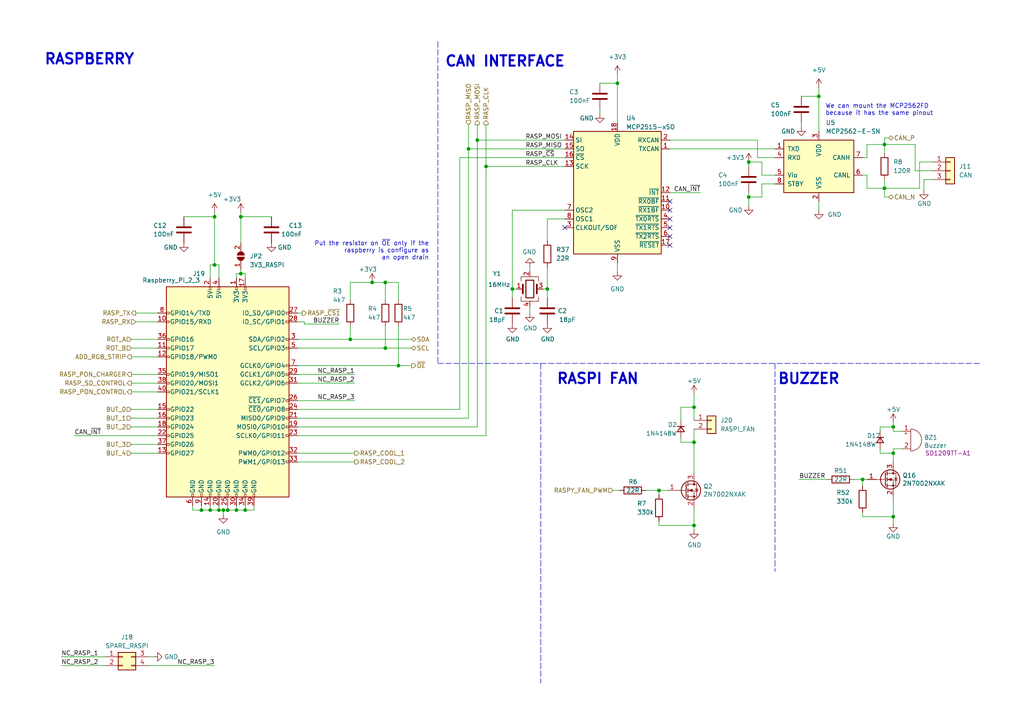
<source format=kicad_sch>
(kicad_sch (version 20211123) (generator eeschema)
  (paper "A4")
  (lib_symbols
    (symbol "Connector:Raspberry_Pi_2_3" (pin_names (offset 1.016))
      (property "Reference" "J" (at -17.78 31.75 0))
      (property "Value" "Raspberry_Pi_2_3" (at 10.16 -31.75 0))
      (symbol "Raspberry_Pi_2_3_0_1"
        (rectangle (start -17.78 30.48) (end 17.78 -30.48) (stroke (width 0.254)) (fill (type background)))
      )
      (symbol "Raspberry_Pi_2_3_1_1"
        (rectangle (start -16.891 -17.526) (end -17.78 -18.034))
        (rectangle (start -16.891 -14.986) (end -17.78 -15.494))
        (rectangle (start -16.891 -12.446) (end -17.78 -12.954))
        (rectangle (start -16.891 -9.906) (end -17.78 -10.414))
        (rectangle (start -16.891 -7.366) (end -17.78 -7.874))
        (rectangle (start -16.891 -4.826) (end -17.78 -5.334))
        (rectangle (start -16.891 0.254) (end -17.78 -0.254))
        (rectangle (start -16.891 2.794) (end -17.78 2.286))
        (rectangle (start -16.891 5.334) (end -17.78 4.826))
        (rectangle (start -16.891 10.414) (end -17.78 9.906))
        (rectangle (start -16.891 12.954) (end -17.78 12.446))
        (rectangle (start -16.891 15.494) (end -17.78 14.986))
        (rectangle (start -16.891 20.574) (end -17.78 20.066))
        (rectangle (start -16.891 23.114) (end -17.78 22.606))
        (rectangle (start -10.414 -29.591) (end -9.906 -30.48))
        (rectangle (start -7.874 -29.591) (end -7.366 -30.48))
        (rectangle (start -5.334 -29.591) (end -4.826 -30.48))
        (rectangle (start -5.334 30.48) (end -4.826 29.591))
        (rectangle (start -2.794 -29.591) (end -2.286 -30.48))
        (rectangle (start -2.794 30.48) (end -2.286 29.591))
        (rectangle (start -0.254 -29.591) (end 0.254 -30.48))
        (rectangle (start 2.286 -29.591) (end 2.794 -30.48))
        (rectangle (start 2.286 30.48) (end 2.794 29.591))
        (rectangle (start 4.826 -29.591) (end 5.334 -30.48))
        (rectangle (start 4.826 30.48) (end 5.334 29.591))
        (rectangle (start 7.366 -29.591) (end 7.874 -30.48))
        (rectangle (start 17.78 -20.066) (end 16.891 -20.574))
        (rectangle (start 17.78 -17.526) (end 16.891 -18.034))
        (rectangle (start 17.78 -12.446) (end 16.891 -12.954))
        (rectangle (start 17.78 -9.906) (end 16.891 -10.414))
        (rectangle (start 17.78 -7.366) (end 16.891 -7.874))
        (rectangle (start 17.78 -4.826) (end 16.891 -5.334))
        (rectangle (start 17.78 -2.286) (end 16.891 -2.794))
        (rectangle (start 17.78 2.794) (end 16.891 2.286))
        (rectangle (start 17.78 5.334) (end 16.891 4.826))
        (rectangle (start 17.78 7.874) (end 16.891 7.366))
        (rectangle (start 17.78 12.954) (end 16.891 12.446))
        (rectangle (start 17.78 15.494) (end 16.891 14.986))
        (rectangle (start 17.78 20.574) (end 16.891 20.066))
        (rectangle (start 17.78 23.114) (end 16.891 22.606))
        (pin power_in line (at 2.54 33.02 270) (length 2.54) (name "3V3") (number "1"))
        (pin bidirectional line (at -20.32 20.32 0) (length 2.54) (name "GPIO15/RXD") (number "10"))
        (pin bidirectional line (at -20.32 12.7 0) (length 2.54) (name "GPIO17") (number "11"))
        (pin bidirectional line (at -20.32 10.16 0) (length 2.54) (name "GPIO18/PWM0") (number "12"))
        (pin bidirectional line (at -20.32 -17.78 0) (length 2.54) (name "GPIO27") (number "13"))
        (pin power_in line (at -5.08 -33.02 90) (length 2.54) (name "GND") (number "14"))
        (pin bidirectional line (at -20.32 -5.08 0) (length 2.54) (name "GPIO22") (number "15"))
        (pin bidirectional line (at -20.32 -7.62 0) (length 2.54) (name "GPIO23") (number "16"))
        (pin power_in line (at 5.08 33.02 270) (length 2.54) (name "3V3") (number "17"))
        (pin bidirectional line (at -20.32 -10.16 0) (length 2.54) (name "GPIO24") (number "18"))
        (pin bidirectional line (at 20.32 -10.16 180) (length 2.54) (name "MOSI0/GPIO10") (number "19"))
        (pin power_in line (at -5.08 33.02 270) (length 2.54) (name "5V") (number "2"))
        (pin power_in line (at -2.54 -33.02 90) (length 2.54) (name "GND") (number "20"))
        (pin bidirectional line (at 20.32 -7.62 180) (length 2.54) (name "MISO0/GPIO9") (number "21"))
        (pin bidirectional line (at -20.32 -12.7 0) (length 2.54) (name "GPIO25") (number "22"))
        (pin bidirectional line (at 20.32 -12.7 180) (length 2.54) (name "SCLK0/GPIO11") (number "23"))
        (pin bidirectional line (at 20.32 -5.08 180) (length 2.54) (name "~{CE0}/GPIO8") (number "24"))
        (pin power_in line (at 0 -33.02 90) (length 2.54) (name "GND") (number "25"))
        (pin bidirectional line (at 20.32 -2.54 180) (length 2.54) (name "~{CE1}/GPIO7") (number "26"))
        (pin bidirectional line (at 20.32 22.86 180) (length 2.54) (name "ID_SD/GPIO0") (number "27"))
        (pin bidirectional line (at 20.32 20.32 180) (length 2.54) (name "ID_SC/GPIO1") (number "28"))
        (pin bidirectional line (at 20.32 5.08 180) (length 2.54) (name "GCLK1/GPIO5") (number "29"))
        (pin bidirectional line (at 20.32 15.24 180) (length 2.54) (name "SDA/GPIO2") (number "3"))
        (pin power_in line (at 2.54 -33.02 90) (length 2.54) (name "GND") (number "30"))
        (pin bidirectional line (at 20.32 2.54 180) (length 2.54) (name "GCLK2/GPIO6") (number "31"))
        (pin bidirectional line (at 20.32 -17.78 180) (length 2.54) (name "PWM0/GPIO12") (number "32"))
        (pin bidirectional line (at 20.32 -20.32 180) (length 2.54) (name "PWM1/GPIO13") (number "33"))
        (pin power_in line (at 5.08 -33.02 90) (length 2.54) (name "GND") (number "34"))
        (pin bidirectional line (at -20.32 5.08 0) (length 2.54) (name "GPIO19/MISO1") (number "35"))
        (pin bidirectional line (at -20.32 15.24 0) (length 2.54) (name "GPIO16") (number "36"))
        (pin bidirectional line (at -20.32 -15.24 0) (length 2.54) (name "GPIO26") (number "37"))
        (pin bidirectional line (at -20.32 2.54 0) (length 2.54) (name "GPIO20/MOSI1") (number "38"))
        (pin power_in line (at 7.62 -33.02 90) (length 2.54) (name "GND") (number "39"))
        (pin power_in line (at -2.54 33.02 270) (length 2.54) (name "5V") (number "4"))
        (pin bidirectional line (at -20.32 0 0) (length 2.54) (name "GPIO21/SCLK1") (number "40"))
        (pin bidirectional line (at 20.32 12.7 180) (length 2.54) (name "SCL/GPIO3") (number "5"))
        (pin power_in line (at -10.16 -33.02 90) (length 2.54) (name "GND") (number "6"))
        (pin bidirectional line (at 20.32 7.62 180) (length 2.54) (name "GCLK0/GPIO4") (number "7"))
        (pin bidirectional line (at -20.32 22.86 0) (length 2.54) (name "GPIO14/TXD") (number "8"))
        (pin power_in line (at -7.62 -33.02 90) (length 2.54) (name "GND") (number "9"))
      )
    )
    (symbol "Connector_Generic:Conn_01x02" (pin_names (offset 1.016) hide)
      (property "Reference" "J" (at 0 2.54 0))
      (property "Value" "Conn_01x02" (at 0 -5.08 0))
      (symbol "Conn_01x02_1_1"
        (rectangle (start -1.27 -2.413) (end 0 -2.667) (stroke (width 0.1524)))
        (rectangle (start -1.27 0.127) (end 0 -0.127) (stroke (width 0.1524)))
        (rectangle (start -1.27 1.27) (end 1.27 -3.81) (stroke (width 0.254)) (fill (type background)))
        (pin passive line (at -5.08 0 0) (length 3.81) (name "Pin_1") (number "1"))
        (pin passive line (at -5.08 -2.54 0) (length 3.81) (name "Pin_2") (number "2"))
      )
    )
    (symbol "Connector_Generic:Conn_01x03" (pin_names (offset 1.016) hide)
      (property "Reference" "J" (at 0 5.08 0))
      (property "Value" "Conn_01x03" (at 0 -5.08 0))
      (symbol "Conn_01x03_1_1"
        (rectangle (start -1.27 -2.413) (end 0 -2.667) (stroke (width 0.1524)))
        (rectangle (start -1.27 0.127) (end 0 -0.127) (stroke (width 0.1524)))
        (rectangle (start -1.27 2.667) (end 0 2.413) (stroke (width 0.1524)))
        (rectangle (start -1.27 3.81) (end 1.27 -3.81) (stroke (width 0.254)) (fill (type background)))
        (pin passive line (at -5.08 2.54 0) (length 3.81) (name "Pin_1") (number "1"))
        (pin passive line (at -5.08 0 0) (length 3.81) (name "Pin_2") (number "2"))
        (pin passive line (at -5.08 -2.54 0) (length 3.81) (name "Pin_3") (number "3"))
      )
    )
    (symbol "Connector_Generic:Conn_02x02_Top_Bottom" (pin_names (offset 1.016) hide)
      (property "Reference" "J" (at 1.27 2.54 0))
      (property "Value" "Conn_02x02_Top_Bottom" (at 1.27 -5.08 0))
      (symbol "Conn_02x02_Top_Bottom_1_1"
        (rectangle (start -1.27 -2.413) (end 0 -2.667) (stroke (width 0.1524)))
        (rectangle (start -1.27 0.127) (end 0 -0.127) (stroke (width 0.1524)))
        (rectangle (start -1.27 1.27) (end 3.81 -3.81) (stroke (width 0.254)) (fill (type background)))
        (rectangle (start 3.81 -2.413) (end 2.54 -2.667) (stroke (width 0.1524)))
        (rectangle (start 3.81 0.127) (end 2.54 -0.127) (stroke (width 0.1524)))
        (pin passive line (at -5.08 0 0) (length 3.81) (name "Pin_1") (number "1"))
        (pin passive line (at -5.08 -2.54 0) (length 3.81) (name "Pin_2") (number "2"))
        (pin passive line (at 7.62 0 180) (length 3.81) (name "Pin_3") (number "3"))
        (pin passive line (at 7.62 -2.54 180) (length 3.81) (name "Pin_4") (number "4"))
      )
    )
    (symbol "Device:Buzzer" (pin_names (offset 0.0254) hide)
      (property "Reference" "BZ" (at 3.81 1.27 0))
      (property "Value" "Buzzer" (at 3.81 -1.27 0))
      (symbol "Buzzer_0_1"
        (arc (start 0 -3.175) (mid 3.175 0) (end 0 3.175))
        (polyline (pts (xy -1.651 1.905) (xy -1.143 1.905)))
        (polyline (pts (xy -1.397 2.159) (xy -1.397 1.651)))
        (polyline (pts (xy 0 3.175) (xy 0 -3.175)))
      )
      (symbol "Buzzer_1_1"
        (pin passive line (at -2.54 2.54 0) (length 2.54) (name "-") (number "1"))
        (pin passive line (at -2.54 -2.54 0) (length 2.54) (name "+") (number "2"))
      )
    )
    (symbol "Device:C" (pin_numbers hide) (pin_names (offset 0.254))
      (property "Reference" "C" (at 0.635 2.54 0))
      (property "Value" "C" (at 0.635 -2.54 0))
      (symbol "C_0_1"
        (polyline (pts (xy -2.032 -0.762) (xy 2.032 -0.762)) (stroke (width 0.508)))
        (polyline (pts (xy -2.032 0.762) (xy 2.032 0.762)) (stroke (width 0.508)))
      )
      (symbol "C_1_1"
        (pin passive line (at 0 3.81 270) (length 2.794) (name "~") (number "1"))
        (pin passive line (at 0 -3.81 90) (length 2.794) (name "~") (number "2"))
      )
    )
    (symbol "Device:Crystal_GND24" (pin_names (offset 1.016) hide)
      (property "Reference" "Y" (at 3.175 5.08 0))
      (property "Value" "Crystal_GND24" (at 3.175 3.175 0))
      (symbol "Crystal_GND24_0_1"
        (rectangle (start -1.143 2.54) (end 1.143 -2.54) (stroke (width 0.3048)))
        (polyline (pts (xy -2.54 0) (xy -2.032 0)))
        (polyline (pts (xy -2.032 -1.27) (xy -2.032 1.27)) (stroke (width 0.508)))
        (polyline (pts (xy 0 -3.81) (xy 0 -3.556)))
        (polyline (pts (xy 0 3.556) (xy 0 3.81)))
        (polyline (pts (xy 2.032 -1.27) (xy 2.032 1.27)) (stroke (width 0.508)))
        (polyline (pts (xy 2.032 0) (xy 2.54 0)))
        (polyline (pts (xy -2.54 -2.286) (xy -2.54 -3.556) (xy 2.54 -3.556) (xy 2.54 -2.286)))
        (polyline (pts (xy -2.54 2.286) (xy -2.54 3.556) (xy 2.54 3.556) (xy 2.54 2.286)))
      )
      (symbol "Crystal_GND24_1_1"
        (pin passive line (at -3.81 0 0) (length 1.27) (name "1") (number "1"))
        (pin passive line (at 0 5.08 270) (length 1.27) (name "2") (number "2"))
        (pin passive line (at 3.81 0 180) (length 1.27) (name "3") (number "3"))
        (pin passive line (at 0 -5.08 90) (length 1.27) (name "4") (number "4"))
      )
    )
    (symbol "Device:D_Small" (pin_numbers hide) (pin_names (offset 0.254) hide)
      (property "Reference" "D" (at -1.27 2.032 0))
      (property "Value" "D_Small" (at -3.81 -2.032 0))
      (symbol "D_Small_0_1"
        (polyline (pts (xy -0.762 -1.016) (xy -0.762 1.016)) (stroke (width 0.254)))
        (polyline (pts (xy -0.762 0) (xy 0.762 0)))
        (polyline (pts (xy 0.762 -1.016) (xy -0.762 0) (xy 0.762 1.016) (xy 0.762 -1.016)) (stroke (width 0.254)))
      )
      (symbol "D_Small_1_1"
        (pin passive line (at -2.54 0 0) (length 1.778) (name "K") (number "1"))
        (pin passive line (at 2.54 0 180) (length 1.778) (name "A") (number "2"))
      )
    )
    (symbol "Device:Q_NMOS_GSD" (pin_names (offset 0) hide)
      (property "Reference" "Q" (at 5.08 1.27 0))
      (property "Value" "Q_NMOS_GSD" (at 5.08 -1.27 0))
      (symbol "Q_NMOS_GSD_0_1"
        (polyline (pts (xy 0.254 0) (xy -2.54 0)))
        (polyline (pts (xy 0.254 1.905) (xy 0.254 -1.905)) (stroke (width 0.254)))
        (polyline (pts (xy 0.762 -1.27) (xy 0.762 -2.286)) (stroke (width 0.254)))
        (polyline (pts (xy 0.762 0.508) (xy 0.762 -0.508)) (stroke (width 0.254)))
        (polyline (pts (xy 0.762 2.286) (xy 0.762 1.27)) (stroke (width 0.254)))
        (polyline (pts (xy 2.54 2.54) (xy 2.54 1.778)))
        (polyline (pts (xy 2.54 -2.54) (xy 2.54 0) (xy 0.762 0)))
        (polyline (pts (xy 0.762 -1.778) (xy 3.302 -1.778) (xy 3.302 1.778) (xy 0.762 1.778)))
        (polyline (pts (xy 1.016 0) (xy 2.032 0.381) (xy 2.032 -0.381) (xy 1.016 0)) (fill (type outline)))
        (polyline (pts (xy 2.794 0.508) (xy 2.921 0.381) (xy 3.683 0.381) (xy 3.81 0.254)))
        (polyline (pts (xy 3.302 0.381) (xy 2.921 -0.254) (xy 3.683 -0.254) (xy 3.302 0.381)))
        (circle (center 1.651 0) (radius 2.794) (stroke (width 0.254)))
        (circle (center 2.54 -1.778) (radius 0.254) (fill (type outline)))
        (circle (center 2.54 1.778) (radius 0.254) (fill (type outline)))
      )
      (symbol "Q_NMOS_GSD_1_1"
        (pin input line (at -5.08 0 0) (length 2.54) (name "G") (number "1"))
        (pin passive line (at 2.54 -5.08 90) (length 2.54) (name "S") (number "2"))
        (pin passive line (at 2.54 5.08 270) (length 2.54) (name "D") (number "3"))
      )
    )
    (symbol "Device:R" (pin_numbers hide) (pin_names (offset 0))
      (property "Reference" "R" (at 2.032 0 90))
      (property "Value" "R" (at 0 0 90))
      (symbol "R_0_1"
        (rectangle (start -1.016 -2.54) (end 1.016 2.54) (stroke (width 0.254)))
      )
      (symbol "R_1_1"
        (pin passive line (at 0 3.81 270) (length 1.27) (name "~") (number "1"))
        (pin passive line (at 0 -3.81 90) (length 1.27) (name "~") (number "2"))
      )
    )
    (symbol "Interface_CAN_LIN:MCP2515-xSO"
      (property "Reference" "U" (at -10.16 19.685 0))
      (property "Value" "MCP2515-xSO" (at 19.05 20.32 0))
      (symbol "MCP2515-xSO_0_1"
        (rectangle (start -12.7 17.78) (end 12.7 -17.78) (stroke (width 0.254)) (fill (type background)))
      )
      (symbol "MCP2515-xSO_1_1"
        (pin output line (at 15.24 12.7 180) (length 2.54) (name "TXCAN") (number "1"))
        (pin output line (at 15.24 -5.08 180) (length 2.54) (name "~{RX1BF}") (number "10"))
        (pin output line (at 15.24 -2.54 180) (length 2.54) (name "~{RX0BF}") (number "11"))
        (pin output line (at 15.24 0 180) (length 2.54) (name "~{INT}") (number "12"))
        (pin input line (at -15.24 7.62 0) (length 2.54) (name "SCK") (number "13"))
        (pin input line (at -15.24 15.24 0) (length 2.54) (name "SI") (number "14"))
        (pin output line (at -15.24 12.7 0) (length 2.54) (name "SO") (number "15"))
        (pin input line (at -15.24 10.16 0) (length 2.54) (name "~{CS}") (number "16"))
        (pin input line (at 15.24 -15.24 180) (length 2.54) (name "~{RESET}") (number "17"))
        (pin power_in line (at 0 20.32 270) (length 2.54) (name "VDD") (number "18"))
        (pin input line (at 15.24 15.24 180) (length 2.54) (name "RXCAN") (number "2"))
        (pin output line (at -15.24 -10.16 0) (length 2.54) (name "CLKOUT/SOF") (number "3"))
        (pin input line (at 15.24 -7.62 180) (length 2.54) (name "~{TX0RTS}") (number "4"))
        (pin input line (at 15.24 -10.16 180) (length 2.54) (name "~{TX1RTS}") (number "5"))
        (pin input line (at 15.24 -12.7 180) (length 2.54) (name "~{TX2RTS}") (number "6"))
        (pin output line (at -15.24 -5.08 0) (length 2.54) (name "OSC2") (number "7"))
        (pin input line (at -15.24 -7.62 0) (length 2.54) (name "OSC1") (number "8"))
        (pin power_in line (at 0 -20.32 90) (length 2.54) (name "VSS") (number "9"))
      )
    )
    (symbol "Interface_CAN_LIN:MCP2562-E-SN" (pin_names (offset 1.016))
      (property "Reference" "U" (at -10.16 8.89 0))
      (property "Value" "MCP2562-E-SN" (at 2.54 8.89 0))
      (symbol "MCP2562-E-SN_0_1"
        (rectangle (start -10.16 7.62) (end 10.16 -7.62) (stroke (width 0.254)) (fill (type background)))
      )
      (symbol "MCP2562-E-SN_1_1"
        (pin input line (at -12.7 5.08 0) (length 2.54) (name "TXD") (number "1"))
        (pin power_in line (at 0 -10.16 90) (length 2.54) (name "VSS") (number "2"))
        (pin power_in line (at 0 10.16 270) (length 2.54) (name "VDD") (number "3"))
        (pin output line (at -12.7 2.54 0) (length 2.54) (name "RXD") (number "4"))
        (pin power_in line (at -12.7 -2.54 0) (length 2.54) (name "Vio") (number "5"))
        (pin bidirectional line (at 12.7 -2.54 180) (length 2.54) (name "CANL") (number "6"))
        (pin bidirectional line (at 12.7 2.54 180) (length 2.54) (name "CANH") (number "7"))
        (pin input line (at -12.7 -5.08 0) (length 2.54) (name "STBY") (number "8"))
      )
    )
    (symbol "Jumper:SolderJumper_2_Open" (pin_names (offset 0) hide)
      (property "Reference" "JP" (at 0 2.032 0))
      (property "Value" "SolderJumper_2_Open" (at 0 -2.54 0))
      (symbol "SolderJumper_2_Open_0_1"
        (arc (start -0.254 1.016) (mid -1.27 0) (end -0.254 -1.016))
        (arc (start -0.254 1.016) (mid -1.27 0) (end -0.254 -1.016) (fill (type outline)))
        (polyline (pts (xy -0.254 1.016) (xy -0.254 -1.016)))
        (polyline (pts (xy 0.254 1.016) (xy 0.254 -1.016)))
        (arc (start 0.254 -1.016) (mid 1.27 0) (end 0.254 1.016))
        (arc (start 0.254 -1.016) (mid 1.27 0) (end 0.254 1.016) (fill (type outline)))
      )
      (symbol "SolderJumper_2_Open_1_1"
        (pin passive line (at -3.81 0 0) (length 2.54) (name "A") (number "1"))
        (pin passive line (at 3.81 0 180) (length 2.54) (name "B") (number "2"))
      )
    )
    (symbol "power:+3V3" (power) (pin_names (offset 0))
      (property "Value" "+3V3" (at 0 3.556 0))
      (symbol "+3V3_0_1"
        (polyline (pts (xy -0.762 1.27) (xy 0 2.54)))
        (polyline (pts (xy 0 0) (xy 0 2.54)))
        (polyline (pts (xy 0 2.54) (xy 0.762 1.27)))
      )
      (symbol "+3V3_1_1"
        (pin power_in line (at 0 0 90) (length 0) hide (name "+3V3") (number "1"))
      )
    )
    (symbol "power:+5V" (power) (pin_names (offset 0))
      (property "Value" "+5V" (at 0 3.556 0))
      (symbol "+5V_0_1"
        (polyline (pts (xy -0.762 1.27) (xy 0 2.54)))
        (polyline (pts (xy 0 0) (xy 0 2.54)))
        (polyline (pts (xy 0 2.54) (xy 0.762 1.27)))
      )
      (symbol "+5V_1_1"
        (pin power_in line (at 0 0 90) (length 0) hide (name "+5V") (number "1"))
      )
    )
    (symbol "power:GND" (power) (pin_names (offset 0))
      (property "Value" "GND" (at 0 -3.81 0))
      (symbol "GND_0_1"
        (polyline (pts (xy 0 0) (xy 0 -1.27) (xy 1.27 -1.27) (xy 0 -2.54) (xy -1.27 -1.27) (xy 0 -1.27)))
      )
      (symbol "GND_1_1"
        (pin power_in line (at 0 0 270) (length 0) hide (name "GND") (number "1"))
      )
    )
  )
  (junction (at 64.77 147.955))
  (junction (at 68.58 147.955))
  (junction (at 201.295 152.4))
  (junction (at 259.08 123.825))
  (junction (at 237.49 27.94))
  (junction (at 69.85 62.865))
  (junction (at 115.57 106.045))
  (junction (at 66.04 147.955))
  (junction (at 148.59 83.82))
  (junction (at 60.96 147.955))
  (junction (at 62.23 76.835))
  (junction (at 111.76 100.965))
  (junction (at 256.54 54.61))
  (junction (at 101.6 98.425))
  (junction (at 256.54 41.91))
  (junction (at 58.42 147.955))
  (junction (at 71.12 147.955))
  (junction (at 63.5 147.955))
  (junction (at 217.17 57.15))
  (junction (at 259.08 149.86))
  (junction (at 250.19 139.065))
  (junction (at 135.89 43.18))
  (junction (at 62.23 62.865))
  (junction (at 158.75 83.82))
  (junction (at 191.135 142.24))
  (junction (at 111.76 81.915))
  (junction (at 217.17 46.99))
  (junction (at 201.295 128.27))
  (junction (at 138.43 40.64))
  (junction (at 140.97 48.26))
  (junction (at 107.95 81.915))
  (junction (at 179.07 24.13))
  (junction (at 201.295 118.11))
  (junction (at 69.85 79.375))
  (junction (at 259.08 131.445))
  (no_connect (at 163.83 66.04))
  (no_connect (at 194.31 68.58))
  (no_connect (at 194.31 71.12))
  (no_connect (at 194.31 63.5))
  (no_connect (at 194.31 66.04))
  (no_connect (at 194.31 58.42))
  (no_connect (at 194.31 60.96))
  (wire (pts (xy 69.85 62.865) (xy 69.85 70.485)))
  (wire (pts (xy 68.58 79.375) (xy 68.58 80.645)))
  (wire (pts (xy 259.08 122.555) (xy 259.08 123.825)))
  (wire (pts (xy 88.265 93.345) (xy 88.265 93.98)))
  (wire (pts (xy 60.96 146.685) (xy 60.96 147.955)))
  (wire (pts (xy 38.1 103.505) (xy 45.72 103.505)))
  (wire (pts (xy 86.36 121.285) (xy 135.89 121.285)))
  (wire (pts (xy 86.36 126.365) (xy 140.97 126.365)))
  (wire (pts (xy 71.12 147.955) (xy 73.66 147.955)))
  (wire (pts (xy 173.99 24.13) (xy 179.07 24.13)))
  (wire (pts (xy 86.36 108.585) (xy 102.87 108.585)))
  (wire (pts (xy 38.1 100.965) (xy 45.72 100.965)))
  (wire (pts (xy 66.04 147.955) (xy 68.58 147.955)))
  (wire (pts (xy 17.78 190.5) (xy 30.48 190.5)))
  (wire (pts (xy 265.43 41.91) (xy 265.43 49.53)))
  (wire (pts (xy 158.75 83.82) (xy 158.75 86.36)))
  (wire (pts (xy 157.48 83.82) (xy 158.75 83.82)))
  (wire (pts (xy 158.75 63.5) (xy 158.75 69.85)))
  (wire (pts (xy 135.89 43.18) (xy 163.83 43.18)))
  (wire (pts (xy 63.5 80.645) (xy 63.5 76.835)))
  (wire (pts (xy 191.135 142.24) (xy 193.675 142.24)))
  (wire (pts (xy 266.7 46.99) (xy 270.51 46.99)))
  (wire (pts (xy 237.49 25.4) (xy 237.49 27.94)))
  (wire (pts (xy 63.5 147.955) (xy 64.77 147.955)))
  (wire (pts (xy 115.57 81.915) (xy 111.76 81.915)))
  (wire (pts (xy 201.295 128.27) (xy 201.295 137.16)))
  (wire (pts (xy 179.07 21.59) (xy 179.07 24.13)))
  (wire (pts (xy 220.98 46.99) (xy 217.17 46.99)))
  (wire (pts (xy 86.36 118.745) (xy 133.35 118.745)))
  (wire (pts (xy 261.62 130.175) (xy 259.08 130.175)))
  (wire (pts (xy 265.43 49.53) (xy 270.51 49.53)))
  (wire (pts (xy 219.71 40.64) (xy 219.71 45.72)))
  (wire (pts (xy 250.19 149.86) (xy 259.08 149.86)))
  (wire (pts (xy 138.43 40.64) (xy 163.83 40.64)))
  (wire (pts (xy 250.19 50.8) (xy 251.46 50.8)))
  (wire (pts (xy 53.34 62.865) (xy 62.23 62.865)))
  (wire (pts (xy 194.31 43.18) (xy 224.79 43.18)))
  (wire (pts (xy 220.98 53.34) (xy 220.98 57.15)))
  (wire (pts (xy 69.85 79.375) (xy 68.58 79.375)))
  (wire (pts (xy 148.59 86.36) (xy 148.59 83.82)))
  (wire (pts (xy 111.76 100.965) (xy 119.38 100.965)))
  (wire (pts (xy 38.1 98.425) (xy 45.72 98.425)))
  (wire (pts (xy 115.57 86.995) (xy 115.57 81.915)))
  (wire (pts (xy 237.49 58.42) (xy 237.49 60.96)))
  (wire (pts (xy 71.12 80.645) (xy 71.12 79.375)))
  (wire (pts (xy 256.54 57.15) (xy 256.54 54.61)))
  (wire (pts (xy 197.485 121.92) (xy 197.485 118.11)))
  (wire (pts (xy 148.59 83.82) (xy 149.86 83.82)))
  (wire (pts (xy 68.58 146.685) (xy 68.58 147.955)))
  (wire (pts (xy 158.75 77.47) (xy 158.75 83.82)))
  (wire (pts (xy 38.1 113.665) (xy 45.72 113.665)))
  (wire (pts (xy 237.49 27.94) (xy 237.49 38.1)))
  (wire (pts (xy 257.81 57.15) (xy 256.54 57.15)))
  (wire (pts (xy 135.89 121.285) (xy 135.89 43.18)))
  (wire (pts (xy 220.98 50.8) (xy 220.98 46.99)))
  (wire (pts (xy 55.88 146.685) (xy 55.88 147.955)))
  (wire (pts (xy 39.37 90.805) (xy 45.72 90.805)))
  (wire (pts (xy 58.42 146.685) (xy 58.42 147.955)))
  (polyline (pts (xy 127 105.41) (xy 284.48 105.41)))
  (wire (pts (xy 39.37 93.345) (xy 45.72 93.345)))
  (wire (pts (xy 201.295 114.3) (xy 201.295 118.11)))
  (wire (pts (xy 250.19 148.59) (xy 250.19 149.86)))
  (wire (pts (xy 217.17 59.69) (xy 217.17 57.15)))
  (wire (pts (xy 255.27 131.445) (xy 259.08 131.445)))
  (wire (pts (xy 251.46 50.8) (xy 251.46 54.61)))
  (wire (pts (xy 259.08 151.765) (xy 259.08 149.86)))
  (wire (pts (xy 177.8 142.24) (xy 179.705 142.24)))
  (wire (pts (xy 43.18 190.5) (xy 44.45 190.5)))
  (wire (pts (xy 259.08 130.175) (xy 259.08 131.445)))
  (wire (pts (xy 201.295 152.4) (xy 201.295 153.67)))
  (wire (pts (xy 133.35 45.72) (xy 163.83 45.72)))
  (wire (pts (xy 256.54 54.61) (xy 266.7 54.61)))
  (wire (pts (xy 187.325 142.24) (xy 191.135 142.24)))
  (wire (pts (xy 38.1 118.745) (xy 45.72 118.745)))
  (wire (pts (xy 232.41 27.94) (xy 237.49 27.94)))
  (wire (pts (xy 201.295 118.11) (xy 201.295 121.92)))
  (wire (pts (xy 73.66 146.685) (xy 73.66 147.955)))
  (wire (pts (xy 247.65 139.065) (xy 250.19 139.065)))
  (wire (pts (xy 38.1 111.125) (xy 45.72 111.125)))
  (wire (pts (xy 232.41 36.83) (xy 232.41 35.56)))
  (wire (pts (xy 86.36 93.345) (xy 88.265 93.345)))
  (wire (pts (xy 267.97 55.245) (xy 267.97 52.07)))
  (wire (pts (xy 101.6 81.915) (xy 107.95 81.915)))
  (wire (pts (xy 63.5 76.835) (xy 62.23 76.835)))
  (wire (pts (xy 217.17 46.99) (xy 217.17 48.26)))
  (wire (pts (xy 179.07 76.2) (xy 179.07 78.74)))
  (wire (pts (xy 60.96 80.645) (xy 60.96 76.835)))
  (wire (pts (xy 153.67 77.47) (xy 153.67 78.74)))
  (wire (pts (xy 58.42 147.955) (xy 60.96 147.955)))
  (wire (pts (xy 86.36 98.425) (xy 101.6 98.425)))
  (wire (pts (xy 68.58 147.955) (xy 71.12 147.955)))
  (polyline (pts (xy 156.845 105.41) (xy 156.845 198.12)))
  (wire (pts (xy 179.07 24.13) (xy 179.07 35.56)))
  (polyline (pts (xy 224.79 105.41) (xy 224.79 165.735)))
  (wire (pts (xy 197.485 118.11) (xy 201.295 118.11)))
  (wire (pts (xy 191.135 142.24) (xy 191.135 143.51)))
  (wire (pts (xy 60.96 76.835) (xy 62.23 76.835)))
  (wire (pts (xy 255.27 123.825) (xy 259.08 123.825)))
  (wire (pts (xy 256.54 41.91) (xy 265.43 41.91)))
  (wire (pts (xy 140.97 36.195) (xy 140.97 48.26)))
  (wire (pts (xy 62.23 62.865) (xy 62.23 76.835)))
  (wire (pts (xy 101.6 81.915) (xy 101.6 86.995)))
  (wire (pts (xy 88.265 93.98) (xy 98.425 93.98)))
  (wire (pts (xy 259.08 125.095) (xy 261.62 125.095)))
  (wire (pts (xy 66.04 146.685) (xy 66.04 147.955)))
  (wire (pts (xy 267.97 52.07) (xy 270.51 52.07)))
  (wire (pts (xy 69.85 79.375) (xy 71.12 79.375)))
  (wire (pts (xy 153.67 90.805) (xy 153.67 88.9)))
  (wire (pts (xy 38.1 128.905) (xy 45.72 128.905)))
  (wire (pts (xy 69.85 78.105) (xy 69.85 79.375)))
  (wire (pts (xy 257.81 40.005) (xy 256.54 40.005)))
  (wire (pts (xy 201.295 147.32) (xy 201.295 152.4)))
  (wire (pts (xy 255.27 130.175) (xy 255.27 131.445)))
  (wire (pts (xy 138.43 36.195) (xy 138.43 40.64)))
  (wire (pts (xy 255.27 125.095) (xy 255.27 123.825)))
  (wire (pts (xy 259.08 131.445) (xy 259.08 133.985)))
  (wire (pts (xy 194.31 55.88) (xy 203.2 55.88)))
  (wire (pts (xy 197.485 127) (xy 197.485 128.27)))
  (wire (pts (xy 231.775 139.065) (xy 240.03 139.065)))
  (wire (pts (xy 21.59 126.365) (xy 45.72 126.365)))
  (wire (pts (xy 115.57 94.615) (xy 115.57 106.045)))
  (wire (pts (xy 197.485 128.27) (xy 201.295 128.27)))
  (wire (pts (xy 191.135 152.4) (xy 201.295 152.4)))
  (wire (pts (xy 140.97 126.365) (xy 140.97 48.26)))
  (wire (pts (xy 133.35 118.745) (xy 133.35 45.72)))
  (wire (pts (xy 86.36 123.825) (xy 138.43 123.825)))
  (wire (pts (xy 101.6 98.425) (xy 119.38 98.425)))
  (wire (pts (xy 38.1 123.825) (xy 45.72 123.825)))
  (wire (pts (xy 220.98 53.34) (xy 224.79 53.34)))
  (wire (pts (xy 266.7 54.61) (xy 266.7 46.99)))
  (wire (pts (xy 62.23 61.595) (xy 62.23 62.865)))
  (wire (pts (xy 17.78 193.04) (xy 30.48 193.04)))
  (wire (pts (xy 62.23 193.04) (xy 43.18 193.04)))
  (wire (pts (xy 64.77 147.955) (xy 66.04 147.955)))
  (wire (pts (xy 140.97 48.26) (xy 163.83 48.26)))
  (wire (pts (xy 86.36 100.965) (xy 111.76 100.965)))
  (wire (pts (xy 251.46 41.91) (xy 256.54 41.91)))
  (wire (pts (xy 163.83 63.5) (xy 158.75 63.5)))
  (wire (pts (xy 219.71 45.72) (xy 224.79 45.72)))
  (wire (pts (xy 64.77 147.955) (xy 64.77 149.225)))
  (wire (pts (xy 250.19 45.72) (xy 251.46 45.72)))
  (wire (pts (xy 220.98 57.15) (xy 217.17 57.15)))
  (polyline (pts (xy 127 12.065) (xy 127 105.41)))
  (wire (pts (xy 201.295 124.46) (xy 201.295 128.27)))
  (wire (pts (xy 86.36 106.045) (xy 115.57 106.045)))
  (wire (pts (xy 86.36 116.205) (xy 102.87 116.205)))
  (wire (pts (xy 259.08 123.825) (xy 259.08 125.095)))
  (wire (pts (xy 63.5 146.685) (xy 63.5 147.955)))
  (wire (pts (xy 115.57 106.045) (xy 119.38 106.045)))
  (wire (pts (xy 86.36 133.985) (xy 102.87 133.985)))
  (wire (pts (xy 111.76 81.915) (xy 111.76 86.995)))
  (wire (pts (xy 256.54 41.91) (xy 256.54 44.45)))
  (wire (pts (xy 55.88 147.955) (xy 58.42 147.955)))
  (wire (pts (xy 250.19 139.065) (xy 250.19 140.97)))
  (wire (pts (xy 148.59 60.96) (xy 148.59 83.82)))
  (wire (pts (xy 38.1 121.285) (xy 45.72 121.285)))
  (wire (pts (xy 86.36 131.445) (xy 102.87 131.445)))
  (wire (pts (xy 38.1 108.585) (xy 45.72 108.585)))
  (wire (pts (xy 250.19 139.065) (xy 251.46 139.065)))
  (wire (pts (xy 69.85 61.595) (xy 69.85 62.865)))
  (wire (pts (xy 101.6 94.615) (xy 101.6 98.425)))
  (wire (pts (xy 173.99 33.02) (xy 173.99 31.75)))
  (wire (pts (xy 251.46 54.61) (xy 256.54 54.61)))
  (wire (pts (xy 251.46 45.72) (xy 251.46 41.91)))
  (wire (pts (xy 217.17 57.15) (xy 217.17 55.88)))
  (wire (pts (xy 111.76 94.615) (xy 111.76 100.965)))
  (wire (pts (xy 194.31 40.64) (xy 219.71 40.64)))
  (wire (pts (xy 71.12 146.685) (xy 71.12 147.955)))
  (wire (pts (xy 191.135 151.13) (xy 191.135 152.4)))
  (wire (pts (xy 163.83 60.96) (xy 148.59 60.96)))
  (wire (pts (xy 256.54 40.005) (xy 256.54 41.91)))
  (wire (pts (xy 86.36 90.805) (xy 87.63 90.805)))
  (wire (pts (xy 259.08 149.86) (xy 259.08 144.145)))
  (wire (pts (xy 135.89 36.195) (xy 135.89 43.18)))
  (wire (pts (xy 107.95 81.915) (xy 111.76 81.915)))
  (wire (pts (xy 256.54 52.07) (xy 256.54 54.61)))
  (wire (pts (xy 86.36 111.125) (xy 102.87 111.125)))
  (wire (pts (xy 138.43 123.825) (xy 138.43 40.64)))
  (wire (pts (xy 38.1 131.445) (xy 45.72 131.445)))
  (wire (pts (xy 60.96 147.955) (xy 63.5 147.955)))
  (wire (pts (xy 224.79 50.8) (xy 220.98 50.8)))
  (wire (pts (xy 69.85 62.865) (xy 78.74 62.865)))
  (text "RASPI FAN" (at 161.29 111.76 0) (effects (font (size 2.9972 2.9972) (thickness 0.5994) bold) (justify left bottom)))
  (text "RASPBERRY" (at 12.7 19.05 0) (effects (font (size 2.9972 2.9972) (thickness 0.5994) bold) (justify left bottom)))
  (text "BUZZER" (at 225.425 111.76 0) (effects (font (size 2.9972 2.9972) (thickness 0.5994) bold) (justify left bottom)))
  (text "We can mount the MCP2562FD \nbecause it has the same pinout" (at 239.395 33.655 0) (effects (font (size 1.27 1.27)) (justify left bottom)))
  (text "Put the resistor on ~{OE} only if the\nraspberry is configure as\nan open drain" (at 124.46 75.565 180) (effects (font (size 1.27 1.27)) (justify right bottom)))
  (text "CAN INTERFACE" (at 128.905 19.685 0) (effects (font (size 2.9972 2.9972) (thickness 0.5994) bold) (justify left bottom)))
  (label "RASP_MISO" (at 152.4 43.18 0))
  (label "RASP_~{CS}" (at 152.4 45.72 0))
  (label "CAN_~{INT}" (at 203.2 55.88 180))
  (label "NC_RASP_3" (at 102.87 116.205 180))
  (label "BUZZER" (at 98.425 93.98 180))
  (label "NC_RASP_3" (at 62.23 193.04 180))
  (label "NC_RASP_2" (at 102.87 111.125 180))
  (label "BUZZER" (at 231.775 139.065 0))
  (label "NC_RASP_2" (at 17.78 193.04 0))
  (label "RASP_MOSI" (at 152.4 40.64 0))
  (label "NC_RASP_1" (at 17.78 190.5 0))
  (label "NC_RASP_1" (at 102.87 108.585 180))
  (label "CAN_~{INT}" (at 21.59 126.365 0))
  (label "RASP_CLK" (at 152.4 48.26 0))
  (hierarchical_label "BUT_4" (shape input) (at 38.1 131.445 180))
  (hierarchical_label "RASP_COOL_1" (shape output) (at 102.87 131.445 0))
  (hierarchical_label "BUT_1" (shape input) (at 38.1 121.285 180))
  (hierarchical_label "ROT_A" (shape input) (at 38.1 98.425 180))
  (hierarchical_label "RASPY_FAN_PWM" (shape input) (at 177.8 142.24 180))
  (hierarchical_label "RASP_MOSI" (shape output) (at 138.43 36.195 90))
  (hierarchical_label "RASP_RX" (shape input) (at 39.37 93.345 180))
  (hierarchical_label "BUT_0" (shape input) (at 38.1 118.745 180))
  (hierarchical_label "RASP_SD_CONTROL" (shape output) (at 38.1 111.125 180))
  (hierarchical_label "ADD_RGB_STRIP" (shape output) (at 38.1 103.505 180))
  (hierarchical_label "SDA" (shape bidirectional) (at 119.38 98.425 0))
  (hierarchical_label "CAN_N" (shape bidirectional) (at 257.81 57.15 0))
  (hierarchical_label "SCL" (shape bidirectional) (at 119.38 100.965 0))
  (hierarchical_label "RASP_PON_CONTROL" (shape output) (at 38.1 113.665 180))
  (hierarchical_label "BUT_3" (shape input) (at 38.1 128.905 180))
  (hierarchical_label "BUT_2" (shape input) (at 38.1 123.825 180))
  (hierarchical_label "RASP_CLK" (shape output) (at 140.97 36.195 90))
  (hierarchical_label "ROT_B" (shape input) (at 38.1 100.965 180))
  (hierarchical_label "CAN_P" (shape bidirectional) (at 257.81 40.005 0))
  (hierarchical_label "RASP_PON_CHARGER" (shape output) (at 38.1 108.585 180))
  (hierarchical_label "RASP_COOL_2" (shape output) (at 102.87 133.985 0))
  (hierarchical_label "RASP_~{CS1}" (shape output) (at 87.63 90.805 0))
  (hierarchical_label "RASP_MISO" (shape input) (at 135.89 36.195 90))
  (hierarchical_label "~{OE}" (shape output) (at 119.38 106.045 0))
  (hierarchical_label "RASP_TX" (shape output) (at 39.37 90.805 180))
  (symbol (lib_id "power:GND") (at 44.45 190.5 90) (unit 1)
    (property "Reference" "#PWR0122" (effects hide))
    (property "Value" "GND" (at 47.625 190.4999 90) (effects (justify right)))
  )
  (symbol (lib_id "power:+5V") (at 201.295 114.3 0) (unit 1)
    (property "Reference" "#PWR055" (effects hide))
    (property "Value" "+5V" (at 201.295 110.49 0))
  )
  (symbol (lib_id "Device:C") (at 232.41 31.75 0) (unit 1)
    (property "Reference" "C5" (at 223.52 30.48 0) (effects (justify left)))
    (property "Value" "100nF" (at 223.52 33.0201 0) (effects (justify left)))
    (property "Footprint" "Capacitor_SMD:C_0603_1608Metric" (effects hide))
  )
  (symbol (lib_id "power:GND") (at 259.08 151.765 0) (unit 1)
    (property "Reference" "#PWR0126" (effects hide))
    (property "Value" "GND" (at 259.08 155.575 0))
  )
  (symbol (lib_id "power:+3V3") (at 69.85 61.595 0) (unit 1)
    (property "Reference" "#PWR044" (effects hide))
    (property "Value" "+3V3" (at 67.31 57.785 0))
  )
  (symbol (lib_id "power:GND") (at 153.67 77.47 180) (unit 1)
    (property "Reference" "#PWR0193" (effects hide))
    (property "Value" "GND" (at 153.543 73.0758 0))
  )
  (symbol (lib_id "Device:Buzzer") (at 264.16 127.635 0) (unit 1)
    (property "Reference" "BZ1" (at 268.0208 126.8984 0) (effects (justify left)))
    (property "Value" "Buzzer" (at 268.0208 129.2098 0) (effects (justify left)))
    (property "Footprint" "Buzzer_Beeper:Buzzer_TDK_PS1240P02BT_D12.2mm_H6.5mm" (effects hide))
    (property "Datasheet" "docs/datasheets/electromagnetic_buzzer_sd_en.pdf" (effects hide))
    (property "PN" "SD1209TT-A1" (at 274.955 131.445 0))
  )
  (symbol (lib_id "Interface_CAN_LIN:MCP2562-E-SN") (at 237.49 48.26 0) (unit 1)
    (property "Reference" "U5" (at 239.5094 35.56 0) (effects (justify left)))
    (property "Value" "MCP2562-E-SN" (at 239.5094 38.1 0) (effects (justify left)))
    (property "Footprint" "Package_SO:SOIC-8_3.9x4.9mm_P1.27mm" (effects hide))
    (property "Datasheet" "datasheets/25167A.pdf" (effects hide))
  )
  (symbol (lib_id "power:GND") (at 53.34 70.485 0) (unit 1)
    (property "Reference" "#PWR0123" (effects hide))
    (property "Value" "GND" (at 49.53 71.755 0))
  )
  (symbol (lib_id "Device:R") (at 256.54 48.26 0) (unit 1)
    (property "Reference" "R8" (at 259.08 46.99 0) (effects (justify left)))
    (property "Value" "120R" (at 259.08 49.5299 0) (effects (justify left)))
    (property "Footprint" "Resistor_SMD:R_0603_1608Metric" (effects hide))
  )
  (symbol (lib_id "Device:C") (at 173.99 27.94 0) (unit 1)
    (property "Reference" "C3" (at 165.1 26.67 0) (effects (justify left)))
    (property "Value" "100nF" (at 165.1 29.2101 0) (effects (justify left)))
    (property "Footprint" "Capacitor_SMD:C_0603_1608Metric" (effects hide))
  )
  (symbol (lib_id "Device:R") (at 250.19 144.78 0) (unit 1)
    (property "Reference" "R52" (at 242.57 142.875 0) (effects (justify left)))
    (property "Value" "330k" (at 242.57 145.415 0) (effects (justify left)))
    (property "Footprint" "Resistor_SMD:R_0603_1608Metric" (effects hide))
  )
  (symbol (lib_id "Device:Crystal_GND24") (at 153.67 83.82 0) (unit 1)
    (property "Reference" "Y1" (at 144.145 79.375 0))
    (property "Value" "16MHz" (at 144.78 82.55 0))
    (property "Footprint" "Crystal:Crystal_SMD_3225-4Pin_3.2x2.5mm" (effects hide))
    (property "Campo4" "ECS-160-18-33-AEN-TR" (effects hide))
  )
  (symbol (lib_id "Device:Q_NMOS_GSD") (at 198.755 142.24 0) (unit 1)
    (property "Reference" "Q2" (at 203.962 141.0716 0) (effects (justify left)))
    (property "Value" "2N7002NXAK" (at 203.962 143.383 0) (effects (justify left)))
    (property "Footprint" "Package_TO_SOT_SMD:SOT-23" (effects hide))
    (property "Datasheet" "datasheets/2N7002NXAK.pdf" (effects hide))
  )
  (symbol (lib_id "power:GND") (at 179.07 78.74 0) (unit 1)
    (property "Reference" "#PWR052" (effects hide))
    (property "Value" "GND" (at 179.07 83.82 0))
  )
  (symbol (lib_id "Device:C") (at 53.34 66.675 0) (unit 1)
    (property "Reference" "C12" (at 44.45 65.405 0) (effects (justify left)))
    (property "Value" "100nF" (at 44.45 67.9451 0) (effects (justify left)))
    (property "Footprint" "Capacitor_SMD:C_0603_1608Metric" (effects hide))
  )
  (symbol (lib_id "power:GND") (at 217.17 59.69 0) (unit 1)
    (property "Reference" "#PWR054" (effects hide))
    (property "Value" "GND" (at 213.36 60.96 0))
  )
  (symbol (lib_id "power:GND") (at 64.77 149.225 0) (unit 1)
    (property "Reference" "#PWR043" (effects hide))
    (property "Value" "GND" (at 64.77 154.305 0))
  )
  (symbol (lib_id "power:+5V") (at 259.08 122.555 0) (unit 1)
    (property "Reference" "#PWR0127" (effects hide))
    (property "Value" "+5V" (at 259.08 118.745 0))
  )
  (symbol (lib_id "Device:C") (at 148.59 90.17 0) (mirror y) (unit 1)
    (property "Reference" "C1" (at 146.05 90.17 0) (effects (justify left)))
    (property "Value" "18pF" (at 146.685 92.71 0) (effects (justify left)))
    (property "Footprint" "Capacitor_SMD:C_0603_1608Metric" (effects hide))
  )
  (symbol (lib_id "Connector:Raspberry_Pi_2_3") (at 66.04 113.665 0) (unit 1)
    (property "Reference" "J19" (at 55.88 79.375 0) (effects (justify left)))
    (property "Value" "Raspberry_Pi_2_3" (at 41.275 81.28 0) (effects (justify left)))
    (property "Footprint" "Eagle_Main:raspberrypi_hat_template" (effects hide))
    (property "Datasheet" "datasheets/raspberry-pi-3-b-plus-reduced-schematics.pdf" (effects hide))
  )
  (symbol (lib_id "Connector_Generic:Conn_02x02_Top_Bottom") (at 35.56 190.5 0) (unit 1)
    (property "Reference" "J18" (at 36.83 184.785 0))
    (property "Value" "SPARE_RASPI" (at 36.83 187.325 0))
    (property "Footprint" "Connector_Molex:Molex_Micro-Fit_3.0_43045-0412_2x02_P3.00mm_Vertical" (effects hide))
  )
  (symbol (lib_id "Device:R") (at 191.135 147.32 0) (unit 1)
    (property "Reference" "R7" (at 184.785 146.05 0) (effects (justify left)))
    (property "Value" "330k" (at 184.785 148.59 0) (effects (justify left)))
    (property "Footprint" "Resistor_SMD:R_0603_1608Metric" (effects hide))
  )
  (symbol (lib_id "Interface_CAN_LIN:MCP2515-xSO") (at 179.07 55.88 0) (unit 1)
    (property "Reference" "U4" (at 181.61 34.29 0) (effects (justify left)))
    (property "Value" "MCP2515-xSO" (at 181.61 36.83 0) (effects (justify left)))
    (property "Footprint" "Package_SO:SOIC-18W_7.5x11.6mm_P1.27mm" (effects hide))
    (property "Datasheet" "datasheets/MCP2515.pdf" (effects hide))
  )
  (symbol (lib_id "Device:C") (at 158.75 90.17 0) (mirror y) (unit 1)
    (property "Reference" "C2" (at 164.465 90.17 0) (effects (justify left)))
    (property "Value" "18pF" (at 167.005 92.71 0) (effects (justify left)))
    (property "Footprint" "Capacitor_SMD:C_0603_1608Metric" (effects hide))
  )
  (symbol (lib_id "power:GND") (at 201.295 153.67 0) (unit 1)
    (property "Reference" "#PWR056" (effects hide))
    (property "Value" "GND" (at 201.422 158.0642 0))
  )
  (symbol (lib_id "power:GND") (at 158.75 93.98 0) (unit 1)
    (property "Reference" "#PWR049" (effects hide))
    (property "Value" "GND" (at 158.877 98.3742 0))
  )
  (symbol (lib_id "Device:R") (at 111.76 90.805 0) (unit 1)
    (property "Reference" "R4" (at 106.68 89.535 0) (effects (justify left)))
    (property "Value" "4k7" (at 106.68 92.075 0) (effects (justify left)))
    (property "Footprint" "Resistor_SMD:R_0603_1608Metric" (effects hide))
  )
  (symbol (lib_id "Jumper:SolderJumper_2_Open") (at 69.85 74.295 90) (unit 1)
    (property "Reference" "JP2" (at 72.39 74.295 90) (effects (justify right)))
    (property "Value" "3V3_RASPI" (at 72.39 76.835 90) (effects (justify right)))
    (property "Footprint" "Jumper:SolderJumper-2_P1.3mm_Open_RoundedPad1.0x1.5mm" (effects hide))
  )
  (symbol (lib_id "Connector_Generic:Conn_01x03") (at 275.59 49.53 0) (unit 1)
    (property "Reference" "J11" (at 278.13 48.2599 0) (effects (justify left)))
    (property "Value" "CAN" (at 278.13 50.7999 0) (effects (justify left)))
    (property "Footprint" "Connector_Molex:Molex_Micro-Fit_3.0_43650-0315_1x03_P3.00mm_Vertical" (effects hide))
  )
  (symbol (lib_id "Connector_Generic:Conn_01x02") (at 206.375 121.92 0) (unit 1)
    (property "Reference" "J20" (at 208.915 121.9199 0) (effects (justify left)))
    (property "Value" "RASPI_FAN" (at 208.915 124.4599 0) (effects (justify left)))
    (property "Footprint" "Connector_Molex:Molex_Micro-Fit_3.0_43650-0215_1x02_P3.00mm_Vertical" (effects hide))
  )
  (symbol (lib_id "Device:C") (at 217.17 52.07 0) (unit 1)
    (property "Reference" "C4" (at 208.28 50.8 0) (effects (justify left)))
    (property "Value" "100nF" (at 208.28 53.3401 0) (effects (justify left)))
    (property "Footprint" "Capacitor_SMD:C_0603_1608Metric" (effects hide))
  )
  (symbol (lib_id "Device:R") (at 158.75 73.66 0) (unit 1)
    (property "Reference" "R37" (at 161.29 72.3899 0) (effects (justify left)))
    (property "Value" "22R" (at 161.29 74.9299 0) (effects (justify left)))
    (property "Footprint" "Resistor_SMD:R_0603_1608Metric" (effects hide))
  )
  (symbol (lib_id "power:GND") (at 78.74 70.485 0) (mirror y) (unit 1)
    (property "Reference" "#PWR0121" (effects hide))
    (property "Value" "GND" (at 82.55 71.755 0))
  )
  (symbol (lib_id "power:+5V") (at 237.49 25.4 0) (unit 1)
    (property "Reference" "#PWR058" (effects hide))
    (property "Value" "+5V" (at 237.49 20.32 0))
  )
  (symbol (lib_id "power:GND") (at 153.67 90.805 0) (unit 1)
    (property "Reference" "#PWR0194" (effects hide))
    (property "Value" "GND" (at 153.797 95.1992 0))
  )
  (symbol (lib_id "power:GND") (at 232.41 36.83 0) (unit 1)
    (property "Reference" "#PWR057" (effects hide))
    (property "Value" "GND" (at 228.6 38.1 0))
  )
  (symbol (lib_id "Device:D_Small") (at 255.27 127.635 270) (unit 1)
    (property "Reference" "D17" (at 251.46 126.365 90) (effects (justify left)))
    (property "Value" "1N4148W" (at 245.11 128.905 90) (effects (justify left)))
    (property "Footprint" "Diode_SMD:D_SOD-123" (effects hide))
    (property "Datasheet" "https://www.vishay.com/docs/85748/1n4148w.pdf" (effects hide))
    (property "Store" "TODO: find actual component" (effects hide))
  )
  (symbol (lib_id "power:GND") (at 267.97 55.245 0) (unit 1)
    (property "Reference" "#PWR0125" (effects hide))
    (property "Value" "GND" (at 266.065 59.055 0) (effects (justify left)))
  )
  (symbol (lib_id "Device:C") (at 78.74 66.675 0) (mirror y) (unit 1)
    (property "Reference" "C13" (at 87.63 65.405 0) (effects (justify left)))
    (property "Value" "100nF" (at 87.63 67.9451 0) (effects (justify left)))
    (property "Footprint" "Capacitor_SMD:C_0603_1608Metric" (effects hide))
  )
  (symbol (lib_id "power:+5V") (at 62.23 61.595 0) (unit 1)
    (property "Reference" "#PWR042" (effects hide))
    (property "Value" "+5V" (at 62.23 56.515 0))
  )
  (symbol (lib_id "Device:R") (at 243.84 139.065 90) (mirror x) (unit 1)
    (property "Reference" "R51" (at 243.84 136.525 90))
    (property "Value" "22R" (at 243.84 139.065 90))
    (property "Footprint" "Resistor_SMD:R_0603_1608Metric" (effects hide))
  )
  (symbol (lib_id "Device:R") (at 101.6 90.805 0) (unit 1)
    (property "Reference" "R3" (at 96.52 84.455 0) (effects (justify left)))
    (property "Value" "4k7" (at 96.52 86.995 0) (effects (justify left)))
    (property "Footprint" "Resistor_SMD:R_0603_1608Metric" (effects hide))
  )
  (symbol (lib_id "power:+3V3") (at 217.17 46.99 0) (unit 1)
    (property "Reference" "#PWR053" (effects hide))
    (property "Value" "+3V3" (at 215.9 45.72 0) (effects (justify right)))
  )
  (symbol (lib_id "power:GND") (at 148.59 93.98 0) (unit 1)
    (property "Reference" "#PWR048" (effects hide))
    (property "Value" "GND" (at 148.717 98.3742 0))
  )
  (symbol (lib_id "Device:D_Small") (at 197.485 124.46 270) (unit 1)
    (property "Reference" "D2" (at 193.675 123.19 90) (effects (justify left)))
    (property "Value" "1N4148W" (at 187.325 125.73 90) (effects (justify left)))
    (property "Footprint" "Diode_SMD:D_SOD-123" (effects hide))
    (property "Datasheet" "datasheets\\1n4148w.pdf" (effects hide))
    (property "Store" "TODO: find actual component" (effects hide))
  )
  (symbol (lib_id "power:GND") (at 173.99 33.02 0) (unit 1)
    (property "Reference" "#PWR050" (effects hide))
    (property "Value" "GND" (at 170.18 34.29 0))
  )
  (symbol (lib_id "power:+3V3") (at 107.95 81.915 0) (unit 1)
    (property "Reference" "#PWR047" (effects hide))
    (property "Value" "+3V3" (at 106.68 78.105 0))
  )
  (symbol (lib_id "power:GND") (at 237.49 60.96 0) (unit 1)
    (property "Reference" "#PWR059" (effects hide))
    (property "Value" "GND" (at 240.03 62.2299 0) (effects (justify left)))
  )
  (symbol (lib_id "Device:Q_NMOS_GSD") (at 256.54 139.065 0) (unit 1)
    (property "Reference" "Q16" (at 261.747 137.8966 0) (effects (justify left)))
    (property "Value" "2N7002NXAK" (at 261.747 140.208 0) (effects (justify left)))
    (property "Footprint" "Package_TO_SOT_SMD:SOT-23" (effects hide))
    (property "Datasheet" "docs/datasheets/nmos_2n7002.pdf" (effects hide))
    (property "BOM Name" "NMOS" (effects hide))
    (property "PN" "2N7002NXAKR" (effects hide))
    (property "Price [€]" "0.197" (effects hide))
    (property "Store" "https://www.mouser.it/ProductDetail/Nexperia/2N7002NXAKR?qs=%252B6g0mu59x7JoAsZYPFXqhw%3D%3D" (effects hide))
  )
  (symbol (lib_id "Device:R") (at 115.57 90.805 0) (unit 1)
    (property "Reference" "R5" (at 116.84 89.535 0) (effects (justify left)))
    (property "Value" "4k7" (at 116.84 92.075 0) (effects (justify left)))
    (property "Footprint" "Resistor_SMD:R_0603_1608Metric" (effects hide))
  )
  (symbol (lib_id "power:+3V3") (at 179.07 21.59 0) (unit 1)
    (property "Reference" "#PWR051" (effects hide))
    (property "Value" "+3V3" (at 179.07 16.51 0))
  )
  (symbol (lib_id "Device:R") (at 183.515 142.24 270) (unit 1)
    (property "Reference" "R6" (at 182.245 139.7 90) (effects (justify left)))
    (property "Value" "22R" (at 181.61 142.24 90) (effects (justify left)))
    (property "Footprint" "Resistor_SMD:R_0603_1608Metric" (effects hide))
  )
)
</source>
